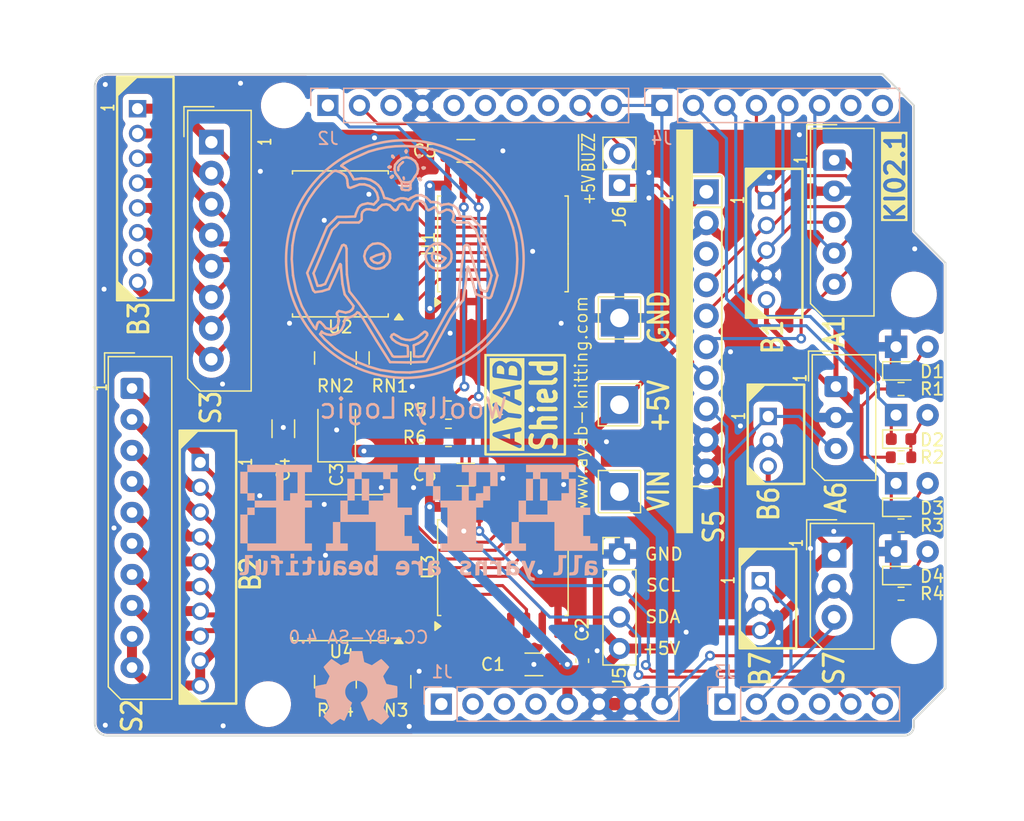
<source format=kicad_pcb>
(kicad_pcb (version 20241229) (generator "pcbnew") (generator_version "9.0")
  (title_block (title "AYAB-Shield") (date "2025-02-09") (rev "1.5THT") (company "AYAB Project") (comment 1 "GND pour fix (#46)") (comment 2 "Silkscreen clarity (#45)"))
  (layers (0 "F.Cu" signal) (2 "B.Cu" signal) (13 "F.Paste" user) (15 "B.Paste" user) (5 "F.SilkS" user "F.Silkscreen") (7 "B.SilkS" user "B.Silkscreen") (1 "F.Mask" user) (3 "B.Mask" user) (25 "Edge.Cuts" user))
  (net 0 "")
  (net 1 "/EOL_R")
  (net 2 "GND")
  (net 3 "+5V")
  (net 4 "/EOL_L")
  (net 5 "Net-(D1-A)")
  (net 6 "Net-(D2-A)")
  (net 7 "Net-(D3-A)")
  (net 8 "VIN")
  (net 9 "/SDA")
  (net 10 "/SCL")
  (net 11 "/ENC_C")
  (net 12 "/ENC_B")
  (net 13 "/ENC_A")
  (net 14 "/910_L")
  (net 15 "/LED_GRN")
  (net 16 "/BUZZ")
  (net 17 "/LED_YEL")
  (net 28 "Net-(B2-Pin_7)")
  (net 29 "Net-(B2-Pin_2)")
  (net 35 "Net-(B2-Pin_5)")
  (net 36 "Net-(B2-Pin_4)")
  (net 37 "Net-(B2-Pin_8)")
  (net 38 "Net-(B2-Pin_1)")
  (net 39 "Net-(B2-Pin_3)")
  (net 40 "Net-(B2-Pin_6)")
  (net 41 "Net-(B3-Pin_8)")
  (net 42 "Net-(B3-Pin_2)")
  (net 43 "Net-(B3-Pin_3)")
  (net 44 "Net-(B3-Pin_7)")
  (net 45 "Net-(B3-Pin_5)")
  (net 46 "Net-(B3-Pin_4)")
  (net 47 "Net-(B3-Pin_1)")
  (net 48 "Net-(B3-Pin_6)")
  (net 50 "Net-(RN1-R1.1)")
  (net 51 "Net-(RN2-R3.1)")
  (net 52 "Net-(RN2-R2.1)")
  (net 53 "Net-(RN1-R3.1)")
  (net 54 "Net-(RN2-R1.1)")
  (net 55 "Net-(RN1-R2.1)")
  (net 56 "Net-(RN1-R4.1)")
  (net 57 "Net-(RN2-R4.1)")
  (net 58 "Net-(RN3-R4.1)")
  (net 59 "Net-(RN3-R2.1)")
  (net 60 "Net-(RN3-R3.1)")
  (net 61 "Net-(RN4-R2.1)")
  (net 62 "Net-(RN4-R3.1)")
  (net 63 "Net-(RN3-R1.1)")
  (net 64 "Net-(RN4-R4.1)")
  (net 65 "Net-(RN4-R1.1)")
  (net 66 "Net-(D4-A)")
  (footprint "Package_SO:SOIC-18W_7.5x11.6mm_P1.27mm" (layer "F.Cu") (at 134.5 90.4 180)
    (property "Reference" "U2")
    (property "Value" "ULN2803A")
  )
  (footprint "ayab-library:R_0603_1608Metric" (layer "F.Cu") (at 179.7 118.6)
    (property "Reference" "R4")
    (property "Value" "2K7")
  )
  (footprint "ayab-library:Molex_0022035105 or Hirose_HNC2-2.5P-10DS" (layer "F.Cu") (at 117.7 102.05 -90)
    (property "Reference" "S2")
    (property "Value" "1X10 2.5mm")
  )
  (footprint "ayab-library:LED_0603_3mm_THpads" (layer "F.Cu") (at 179.3 98.7)
    (property "Reference" "D1")
    (property "Value" "RED_0603")
  )
  (footprint "ayab-library:LED_0603_3mm_THpads" (layer "F.Cu") (at 179.3 104.2)
    (property "Reference" "D2")
    (property "Value" "YEL_0603")
  )
  (footprint "ayab-library:LED_0603_3mm_THpads" (layer "F.Cu") (at 179.3 109.7)
    (property "Reference" "D3")
    (property "Value" "GRN_0603")
  )
  (footprint "TestPoint:TestPoint_THTPad_3.0x3.0mm_Drill1.5mm" (layer "F.Cu") (at 157 110.37)
    (property "Reference" "TP3" (hide yes))
    (property "Value" "VIN")
  )
  (footprint "ayab-library:530140510" (layer "F.Cu") (at 168.85 86.91 90)
    (property "Reference" "B1")
    (property "Value" "1X5 2mm" (hide yes))
  )
  (footprint "ayab-library:PinHeader_1x02_P2.54mm_Vertical" (layer "F.Cu") (at 157 85.675 180)
    (property "Reference" "J6")
    (property "Value" "1x2 2.5mm")
  )
  (footprint "ayab-library:530140810" (layer "F.Cu") (at 118.15 79.5 90)
    (property "Reference" "B3")
    (property "Value" "1X8 2mm" (hide yes))
  )
  (footprint "ayab-library:HNC2-2.5P-10DS" (layer "F.Cu") (at 164 86.2 -90)
    (property "Reference" "S5")
    (property "Value" "HNC2-2.5P-10DS(55)" (hide yes))
  )
  (footprint "ayab-library:R_0603_1608Metric" (layer "F.Cu") (at 179.7 113.1)
    (property "Reference" "R3")
    (property "Value" "220")
  )
  (footprint "ayab-library:530140310" (layer "F.Cu") (at 168.35 117.56 90)
    (property "Reference" "B7")
    (property "Value" "1X3 2mm" (hide yes))
  )
  (footprint "ayab-library:530141010" (layer "F.Cu") (at 123.2 108.02 90)
    (property "Reference" "B2")
    (property "Value" "1X10 2mm" (hide yes))
  )
  (footprint "Capacitor_SMD:C_1206_3216Metric" (layer "F.Cu") (at 144.6 109)
    (property "Reference" "C6")
    (property "Value" "1uF")
  )
  (footprint "Package_SO:SOIC-16W_7.5x10.3mm_P1.27mm" (layer "F.Cu") (at 147.6 116.5 90)
    (property "Reference" "U3")
    (property "Value" "PCF8574T")
  )
  (footprint "ayab-library:MountingHole_3.2mm" (layer "F.Cu") (at 129.94 79.24)
    (property "Reference" "MH1" (hide yes))
    (property "Value" "MountingHole_3.2mm" (hide yes))
  )
  (footprint "TestPoint:TestPoint_THTPad_3.0x3.0mm_Drill1.5mm" (layer "F.Cu") (at 157 103.37)
    (property "Reference" "TP2" (hide yes))
    (property "Value" "+5V")
  )
  (footprint "ayab-library:MountingHole_3.2mm" (layer "F.Cu") (at 180.74 122.42)
    (property "Reference" "MH4" (hide yes))
    (property "Value" "MountingHole_3.2mm" (hide yes))
  )
  (footprint "Resistor_SMD:R_Array_Convex_4x0603" (layer "F.Cu") (at 138.5 99.6 -90)
    (property "Reference" "RN1")
    (property "Value" "1K")
  )
  (footprint "Capacitor_SMD:C_1206_3216Metric" (layer "F.Cu") (at 129.9 105.3 90)
    (property "Reference" "C4")
    (property "Value" "1uF")
  )
  (footprint "ayab-library:LED_0603_3mm_THpads" (layer "F.Cu") (at 179.3 115.2)
    (property "Reference" "D4")
    (property "Value" "BLUE_0603")
  )
  (footprint "ayab-library:PinHeader_1x04_P2.54mm_Vertical" (layer "F.Cu") (at 157 115.4)
    (property "Reference" "J5")
    (property "Value" "1X5 2.5mm")
  )
  (footprint "Resistor_SMD:R_Array_Convex_4x0603" (layer "F.Cu") (at 134.1 99.6 -90)
    (property "Reference" "RN2")
    (property "Value" "1K")
  )
  (footprint "Capacitor_Tantalum_SMD:CP_EIA-3528-15_AVX-H" (layer "F.Cu") (at 134.2 105.5 90)
    (property "Reference" "C3")
    (property "Value" "22uF")
  )
  (footprint "Resistor_SMD:R_Array_Convex_4x0603" (layer "F.Cu") (at 134.1 125.7 -90)
    (property "Reference" "RN4")
    (property "Value" "1K")
  )
  (footprint "Package_SO:SOIC-18W_7.5x11.6mm_P1.27mm" (layer "F.Cu") (at 134.5 116.5 180)
    (property "Reference" "U4")
    (property "Value" "ULN2803A")
  )
  (footprint "ayab-library:MountingHole_3.2mm" (layer "F.Cu") (at 128.67 127.5)
    (property "Reference" "MH2" (hide yes))
    (property "Value" "MountingHole_3.2mm" (hide yes))
  )
  (footprint "Resistor_SMD:R_Array_Convex_4x0603" (layer "F.Cu") (at 138.5 125.7 -90)
    (property "Reference" "RN3")
    (property "Value" "1K")
  )
  (footprint "ayab-library:R_0603_1608Metric" (layer "F.Cu") (at 179.7 102.1)
    (property "Reference" "R1")
    (property "Value" "390")
  )
  (footprint "ayab-library:MountingHole_3.2mm" (layer "F.Cu") (at 180.74 94.48)
    (property "Reference" "MH3" (hide yes))
    (property "Value" "MountingHole_3.2mm" (hide yes))
  )
  (footprint "ayab-library:Molex_0022035085 or Hirose_HNC2_2.5P_8DS" (layer "F.Cu") (at 124.1 82.2 -90)
    (property "Reference" "S3")
    (property "Value" "1X8 2.5mm")
  )
  (footprint "ayab-library:Molex_0022035035 or Hirose_HNC2-2.5P-3DS" (layer "F.Cu") (at 174.3 115.5 -90)
    (property "Reference" "S7")
    (property "Value" "1X3 2.5mm")
  )
  (footprint "Capacitor_SMD:C_1206_3216Metric" (layer "F.Cu") (at 144.612501 82.9)
    (property "Reference" "C5")
    (property "Value" "1uF")
  )
  (footprint "ayab-library:R_0603_1608Metric" (layer "F.Cu") (at 179.7 107.6)
    (property "Reference" "R2")
    (property "Value" "390")
  )
  (footprint "ayab-library:Molex_SPOX_5267-05A_1x05_P2.50mm_Vertical" (layer "F.Cu") (at 174.31 83.65 -90)
    (property "Reference" "A1")
    (property "Value" "1X5 2.5mm")
  )
  (footprint "ayab-library:530140310" (layer "F.Cu") (at 168.99 104.31 90)
    (property "Reference" "B6")
    (property "Value" "1X3 2mm" (hide yes))
  )
  (footprint "Capacitor_SMD:C_1206_3216Metric" (layer "F.Cu") (at 150.1 124.3 180)
    (property "Reference" "C1")
    (property "Value" "1uF")
  )
  (footprint "TestPoint:TestPoint_THTPad_3.0x3.0mm_Drill1.5mm" (layer "F.Cu") (at 157 96.37)
    (property "Reference" "TP1" (hide yes))
    (property "Value" "GND")
  )
  (footprint "Resistor_SMD:R_0805_2012Metric" (layer "F.Cu") (at 143.21375 103.8 180)
    (property "Reference" "R5")
    (property "Value" "4.7K")
  )
  (footprint "Package_SO:SOIC-16W_7.5x10.3mm_P1.27mm" (layer "F.Cu") (at 147.6 90.4 90)
    (property "Reference" "U1")
    (property "Value" "PCF8574T")
  )
  (footprint "Resistor_SMD:R_0805_2012Metric" (layer "F.Cu") (at 143.21375 106 180)
    (property "Reference" "R6")
    (property "Value" "4.7K")
  )
  (footprint "Capacitor_SMD:C_0603_1608Metric" (layer "F.Cu") (at 154 124 90)
    (property "Reference" "C2")
    (property "Value" "100nF")
  )
  (footprint "ayab-library:Molex_SPOX_5267-03A_1x03_P2.50mm_Vertical" (layer "F.Cu") (at 174.45 101.9 -90)
    (property "Reference" "A6")
    (property "Value" "1X3 2.5mm")
  )
  (footprint "Connector_PinHeader_2.54mm:PinHeader_1x06_P2.54mm_Vertical" (layer "B.Cu") (at 165.5 127.5 -90)
    (property "Reference" "J3")
    (property "Value" "Analog")
  )
  (footprint "Connector_PinHeader_2.54mm:PinHeader_1x08_P2.54mm_Vertical" (layer "B.Cu") (at 142.64 127.5 -90)
    (property "Reference" "J1")
    (property "Value" "Power")
  )
  (footprint "ayab-library:woolly-logic-logo-800mil-with-soldermask" (layer "B.Cu") (at 139.7 91.6 180)
    (property "Reference" "REF**" (hide yes))
    (property "Value" "VAL**")
  )
  (footprint "Symbol:OSHW-Symbol_6.7x6mm_SilkScreen" (layer "B.Cu") (at 135.8 126.2 180)
    (property "Reference" "REF**" (hide yes))
    (property "Value" "OSHW-Symbol_6.7x6mm_SilkScreen" (hide yes))
  )
  (footprint "LOGO" (layer "B.Cu") (at 140.8 112.8 180)
    (property "Reference" "G***" (hide yes))
    (property "Value" "LOGO" (hide yes))
  )
  (footprint "Connector_PinHeader_2.54mm:PinHeader_1x10_P2.54mm_Vertical" (layer "B.Cu") (at 133.496 79.24 -90)
    (property "Reference" "J2")
    (property "Value" "Digital/PWM")
  )
  (footprint "Connector_PinHeader_2.54mm:PinHeader_1x08_P2.54mm_Vertical" (layer "B.Cu") (at 160.42 79.24 -90)
    (property "Reference" "J4")
    (property "Value" "Digital/PWM")
  )
  (gr_rect (start 146.2 99.37) (end 152.6 107.37) (stroke (width 0.2)) (fill no) (layer "F.SilkS"))
  (gr_line (start 153.7 84.45) (end 153.7 81.6) (stroke (width 0.12)) (layer "F.SilkS"))
  (gr_line (start 180.74 89.4) (end 183.28 91.94) (stroke (width 0.15)) (layer "Edge.Cuts"))
  (gr_line (start 179.978 130.04) (end 115.7 130.04) (stroke (width 0.15)) (layer "Edge.Cuts"))
  (gr_line (start 180.74 128.77) (end 180.74 129.278) (stroke (width 0.15)) (layer "Edge.Cuts"))
  (gr_line (start 183.28 91.94) (end 183.28 126.23) (stroke (width 0.15)) (layer "Edge.Cuts"))
  (gr_line (start 183.28 126.23) (end 180.74 128.77) (stroke (width 0.15)) (layer "Edge.Cuts"))
  (gr_line (start 178.2 76.7) (end 180.74 79.24) (stroke (width 0.15)) (layer "Edge.Cuts"))
  (gr_line (start 180.74 79.24) (end 180.74 89.4) (stroke (width 0.15)) (layer "Edge.Cuts"))
  (gr_line (start 114.7 129.04) (end 114.7 77.7) (stroke (width 0.15)) (layer "Edge.Cuts"))
  (gr_arc (start 115.7 130.04) (mid 114.992893 129.747107) (end 114.7 129.04) (stroke (width 0.15)) (layer "Edge.Cuts"))
  (gr_arc (start 180.74 129.278) (mid 180.516815 129.816815) (end 179.978 130.04) (stroke (width 0.15)) (layer "Edge.Cuts"))
  (gr_arc (start 114.7 77.7) (mid 114.992893 76.992893) (end 115.7 76.7) (stroke (width 0.15)) (layer "Edge.Cuts"))
  (gr_line (start 115.7 76.7) (end 178.2 76.7) (stroke (width 0.15)) (layer "Edge.Cuts"))
  (gr_text "1" (at 115.75 102.35 90) (layer "F.SilkS") (effects (font (size 1 0.6)) (justify left bottom)))
  (gr_text "Shield" (at 152.1 107.3 90) (layer "F.SilkS") (effects (font (size 2 1.6) (thickness 0.36) (bold yes)) (justify left bottom)))
  (gr_text "GND" (at 161.1 98.6 90) (layer "F.SilkS") (effects (font (size 1.6 1.4) (thickness 0.24)) (justify left bottom)))
  (gr_text "1" (at 167.2 104.66 90) (layer "F.SilkS") (effects (font (size 1 0.6)) (justify left bottom)))
  (gr_text "VIN" (at 161.1 112.1 90) (layer "F.SilkS") (effects (font (size 1.6 1.4) (thickness 0.24)) (justify left bottom)))
  (gr_text "KI02.1" (at 180.1 88.8 90) (layer "F.SilkS" knockout) (effects (font (size 1.5 1.5) (thickness 0.3) (bold yes)) (justify left bottom)))
  (gr_text "1" (at 171.85 114.9 90) (layer "F.SilkS") (effects (font (size 1 0.6)) (justify left bottom)))
  (gr_text "1" (at 166.35 117.9 90) (layer "F.SilkS") (effects (font (size 1 0.6)) (justify left bottom)))
  (gr_text "SCL" (at 162 118.5 0) (layer "F.SilkS") (effects (font (size 1 1)) (justify right bottom)))
  (gr_text "GND" (at 162.2 116 0) (layer "F.SilkS") (effects (font (size 1 1)) (justify right bottom)))
  (gr_text "1" (at 165.95 87.25 90) (layer "F.SilkS") (effects (font (size 1 0.6)) (justify left top)))
  (gr_text "+5V" (at 162 123.6 0) (layer "F.SilkS") (effects (font (size 1 1)) (justify right bottom)))
  (gr_text "1" (at 127.45 108.35 90) (layer "F.SilkS") (effects (font (size 1 0.6)) (justify left bottom)))
  (gr_text "AYAB" (at 149.2 107.1 90) (layer "F.SilkS" knockout) (effects (font (size 2 2) (thickness 0.36) (bold yes) (italic yes)) (justify left bottom)))
  (gr_text "+5V" (at 161.1 105.8 90) (layer "F.SilkS") (effects (font (size 1.6 1.4) (thickness 0.24)) (justify left bottom)))
  (gr_text "1" (at 172.15 101.6 90) (layer "F.SilkS") (effects (font (size 1 0.6)) (justify left bottom)))
  (gr_text "1" (at 116.35 79.8 90) (layer "F.SilkS") (effects (font (size 1 0.6)) (justify left bottom)))
  (gr_text "1" (at 171.05 84 90) (layer "F.SilkS") (effects (font (size 1 0.6)) (justify left top)))
  (gr_text "1" (at 161.4 87.1 90) (layer "F.SilkS") (effects (font (size 1 0.6)) (justify left bottom)))
  (gr_text "SDA" (at 162 121.05 0) (layer "F.SilkS") (effects (font (size 1 1)) (justify right bottom)))
  (gr_text "+5V" (at 155.1 87.35 90) (layer "F.SilkS") (effects (font (size 1 0.8) (thickness 0.125)) (justify left bottom)))
  (gr_text "www.ayab-knitting.com" (at 154.5 112.2 90) (layer "F.SilkS") (effects (font (size 1 1) (thickness 0.125)) (justify left bottom)))
  (gr_text "BUZZ" (at 155.1 84.7 90) (layer "F.SilkS") (effects (font (size 1 0.8) (thickness 0.125)) (justify left bottom)))
  (gr_text "1" (at 129 82.55 90) (layer "F.SilkS") (effects (font (size 1 0.6)) (justify left bottom)))
  (gr_text "CC-BY-SA 4.0" (at 141.7 122.7 0) (layer "B.SilkS") (effects (font (size 1 1)) (justify left bottom mirror)))
  (gr_text "Woolly Logic" (at 148.1 104.6 0) (layer "B.SilkS") (effects (font (size 1.6 1.6) (thickness 0.21)) (justify left bottom mirror)))
  (segment (start 164.225 103.7) (end 164 103.7) (width 0.25) (layer "B.Cu") (net 1))
  (segment (start 168.99 104.31) (end 171.485 104.31) (width 0.25) (layer "B.Cu") (net 1))
  (segment (start 165.65 107.65) (end 168.99 104.31) (width 0.25) (layer "B.Cu") (net 1))
  (segment (start 165.65 105.125) (end 164.225 103.7) (width 0.25) (layer "B.Cu") (net 1))
  (segment (start 171.485 104.31) (end 174.075 106.9) (width 0.25) (layer "B.Cu") (net 1))
  (segment (start 165.5 127.5) (end 165.65 127.35) (width 0.25) (layer "B.Cu") (net 1))
  (segment (start 174.075 106.9) (end 174.45 106.9) (width 0.25) (layer "B.Cu") (net 1))
  (segment (start 165.65 105.125) (end 165.65 107.65) (width 0.25) (layer "B.Cu") (net 1))
  (segment (start 165.65 127.35) (end 165.65 107.65) (width 0.25) (layer "B.Cu") (net 1))
  (segment (start 157.88 127.5) (end 155.34 127.5) (width 1) (layer "F.Cu") (net 2))
  (via (at 180.8 90.8) (size 0.8) (drill 0.4) (layers "F.Cu" "B.Cu") (net 2))
  (via (at 152.5 109.8) (size 0.8) (drill 0.4) (layers "F.Cu" "B.Cu") (net 2))
  (via (at 125.05 129.25) (size 0.8) (drill 0.4) (layers "F.Cu" "B.Cu") (net 2))
  (via (at 115.45 94.05) (size 0.8) (drill 0.4) (layers "F.Cu" "B.Cu") (net 2))
  (via (at 150.6 116.85) (size 0.8) (drill 0.4) (layers "F.Cu" "B.Cu") (net 2))
  (via (at 159.375 84.65) (size 0.8) (drill 0.4) (layers "F.Cu" "B.Cu") (net 2))
  (via (at 169.1 85) (size 0.8) (drill 0.4) (layers "F.Cu" "B.Cu") (net 2))
  (via (at 115.55 129.2) (size 0.8) (drill 0.4) (layers "F.Cu" "B.Cu") (net 2))
  (via (at 116.25 113.3) (size 0.8) (drill 0.4) (layers "F.Cu" "B.Cu") (net 2))
  (via (at 153.95 121.5) (size 0.8) (drill 0.4) (layers "F.Cu" "B.Cu") (net 2))
  (via (at 155.2 123.2) (size 0.8) (drill 0.4) (layers "F.Cu" "B.Cu") (net 2))
  (via (at 115.55 77.55) (size 0.8) (drill 0.4) (layers "F.Cu" "B.Cu") (net 2))
  (via (at 126.45 77.45) (size 0.8) (drill 0.4) (layers "F.Cu" "B.Cu") (net 2))
  (via (at 136.8 86.4) (size 0.8) (drill 0.4) (layers "F.Cu" "B.Cu") (net 2))
  (via (at 128 110.7) (size 0.8) (drill 0.4) (layers "F.Cu" "B.Cu") (net 2))
  (via (at 140.85 124.85) (size 0.8) (drill 0.4) (layers "F.Cu" "B.Cu") (net 2))
  (via (at 129.9 105.2) (size 0.8) (drill 0.4) (layers "F.Cu" "B.Cu") (net 2))
  (via (at 128.05 84.55) (size 0.8) (drill 0.4) (layers "F.Cu" "B.Cu") (net 2))
  (via (at 140.3 101.9) (size 0.8) (drill 0.4) (layers "F.Cu" "B.Cu") (net 2))
  (via (at 133.2 88.5) (size 0.8) (drill 0.4) (layers "F.Cu" "B.Cu") (net 2))
  (via (at 137.8 110.05) (size 0.8) (drill 0.4) (layers "F.Cu" "B.Cu") (net 2))
  (via (at 171.5 81.6) (size 0.8) (drill 0.4) (layers "F.Cu" "B.Cu") (net 2))
  (via (at 125 101.7) (size 0.8) (drill 0.4) (layers "F.Cu" "B.Cu") (net 2))
  (via (at 133.3 115.5) (size 0.8) (drill 0.4) (layers "F.Cu" "B.Cu") (net 2))
  (via (at 165.95 99.1) (size 0.8) (drill 0.4) (layers "F.Cu" "B.Cu") (net 2))
  (via (at 152.3 96.8) (size 0.8) (drill 0.4) (layers "F.Cu" "B.Cu") (net 2))
  (via (at 143.35 97.6) (size 0.8) (drill 0.4) (layers "F.Cu" "B.Cu") (net 2))
  (via (at 149.85 103.75) (size 0.8) (drill 0.4) (layers "F.Cu" "B.Cu") (net 2))
  (via (at 150 91) (size 0.8) (drill 0.4) (layers "F.Cu" "B.Cu") (net 2))
  (via (at 172.4 114.95) (size 0.8) (drill 0.4) (layers "F.Cu" "B.Cu") (net 2))
  (via (at 159.375 86.7) (size 0.8) (drill 0.4) (layers "F.Cu" "B.Cu") (net 2))
  (via (at 155.95 106.35) (size 0.8) (drill 0.4) (layers "F.Cu" "B.Cu") (net 2))
  (via (at 150.1 124.3) (size 0.8) (drill 0.4) (layers "F.Cu" "B.Cu") (net 2))
  (via (at 133.2 111.4) (size 0.8) (drill 0.4) (layers "F.Cu" "B.Cu") (net 2))
  (via (at 147.6 109.3) (size 0.8) (drill 0.4) (layers "F.Cu" "B.Cu") (net 2))
  (via (at 137.25 81.85) (size 0.8) (drill 0.4) (layers "F.Cu" "B.Cu") (net 2))
  (via (at 174.275 113.575) (size 0.8) (drill 0.4) (layers "F.Cu" "B.Cu") (net 2))
  (via (at 130.4 96.8) (size 0.8) (drill 0.4) (layers "F.Cu" "B.Cu") (net 2))
  (via (at 140.4 110.05) (size 0.8) (drill 0.4) (layers "F.Cu" "B.Cu") (net 2))
  (via (at 166.75 105.075) (size 0.8) (drill 0.4) (layers "F.Cu" "B.Cu") (net 2))
  (via (at 134.2 105.4) (size 0.8) (drill 0.4) (layers "F.Cu" "B.Cu") (net 2))
  (via (at 147.6 82.9) (size 0.8) (drill 0.4) (layers "F.Cu" "B.Cu") (net 2))
  (via (at 140.05 129.3) (size 0.8) (drill 0.4) (layers "F.Cu" "B.Cu") (net 2))
  (via (at 162.375 121.7) (size 0.8) (drill 0.4) (layers "F.Cu" "B.Cu") (net 2))
  (via (at 169.8 122.525) (size 0.8) (drill 0.4) (layers "F.Cu" "B.Cu") (net 2))
  (segment (start 141.1 79.256) (end 141.116 79.24) (width 1) (layer "B.Cu") (net 2))
  (segment (start 154 124.775) (end 155.525 124.775) (width 0.8) (layer "F.Cu") (net 3))
  (segment (start 143.185001 111.6) (end 143.185001 109.060001) (width 0.4) (layer "F.Cu") (net 3))
  (segment (start 157 123.3) (end 157 123.02) (width 0.8) (layer "F.Cu") (net 3))
  (segment (start 149.975 125.9) (end 151.575 124.3) (width 0.25) (layer "F.Cu") (net 3))
  (segment (start 176.275 113.525) (end 176.275 107.6) (width 0.8) (layer "F.Cu") (net 3))
  (segment (start 162.275 87.925) (end 162.275 98.095) (width 0.4) (layer "F.Cu") (net 3))
  (segment (start 143.105 85.7) (end 143.155 85.75) (width 0.4) (layer "F.Cu") (net 3))
  (segment (start 137.3 126.6) (end 138.1 126.6) (width 0.25) (layer "F.Cu") (net 3))
  (segment (start 143.137501 82.77) (end 143.137501 85.732501) (width 0.4) (layer "F.Cu") (net 3))
  (segment (start 162.905 123.02) (end 164.365 121.56) (width 0.8) (layer "F.Cu") (net 3))
  (segment (start 174.3 115.5) (end 174.3 115.225) (width 0.4) (layer "F.Cu") (net 3))
  (segment (start 155.25 121.25) (end 155.25 112.95) (width 0.8) (layer "F.Cu") (net 3))
  (segment (start 138.9 126.6) (end 139.7 126.6) (width 0.25) (layer "F.Cu") (net 3))
  (segment (start 176.7 113.1) (end 176.275 113.525) (width 0.25) (layer "F.Cu") (net 3))
  (segment (start 142.681091 94.918909) (end 143.023909 94.918909) (width 0.8) (layer "F.Cu") (net 3))
  (segment (start 172 117.25) (end 173.75 115.5) (width 0.8) (layer "F.Cu") (net 3))
  (segment (start 160.025 85.675) (end 162.275 87.925) (width 0.25) (layer "F.Cu") (net 3))
  (segment (start 168.35 121.45) (end 169.025 121.45) (width 0.8) (layer "F.Cu") (net 3))
  (segment (start 154 124.775) (end 153.025 124.775) (width 0.8) (layer "F.Cu") (net 3))
  (segment (start 157 123.02) (end 157 123) (width 0.8) (layer "F.Cu") (net 3))
  (segment (start 168.85 96.8) (end 168.85 94.91) (width 0.4) (layer "F.Cu") (net 3))
  (segment (start 164 86.2) (end 162.275 87.925) (width 0.4) (layer "F.Cu") (net 3))
  (segment (start 154.6 112.3) (end 154.6 105.77) (width 0.8) (layer "F.Cu") (net 3))
  (segment (start 151.975 124.7) (end 151.575 124.3) (width 0.8) (layer "F.Cu") (net 3))
  (segment (start 168.35 121.56) (end 168.35 121.45) (width 0.4) (layer "F.Cu") (net 3))
  (segment (start 168.99 109.915) (end 168.99 108.31) (width 0.4) (layer "F.Cu") (net 3))
  (segment (start 157 85.675) (end 157.075 85.675) (width 0.25) (layer "F.Cu") (net 3))
  (segment (start 174.45 95.825) (end 174.45 101.9) (width 0.4) (layer "F.Cu") (net 3))
  (segment (start 155.525 124.775) (end 157 123.3) (width 0.8) (layer "F.Cu") (net 3))
  (segment (start 178.875 107.6) (end 176.275 107.6) (width 0.25) (layer "F.Cu") (net 3))
  (segment (start 174.45 101.9) (end 173.95 101.9) (width 0.4) (layer "F.Cu") (net 3))
  (segment (start 138.1 100.4475) (end 137.3 100.4475) (width 0.25) (layer "F.Cu") (net 3))
  (segment (start 135.3 126.6) (end 137.3 126.6) (width 0.25) (layer "F.Cu") (net 3))
  (segment (start 139.7 100.4475) (end 140.666409 100.4475) (width 0.25) (layer "F.Cu") (net 3))
  (segment (start 137.3 100.4475) (end 135.3 100.4475) (width 0.25) (layer "F.Cu") (net 3))
  (segment (start 177.45 85.865) (end 177.45 92.825) (width 0.4) (layer "F.Cu") (net 3))
  (segment (start 174.3 115.225) (end 168.99 109.915) (width 0.4) (layer "F.Cu") (net 3))
  (segment (start 174.19 115.61) (end 174.3 115.61) (width 0.4) (layer "F.Cu") (net 3))
  (segment (start 164.365 121.56) (end 168.35 121.56) (width 0.8) (layer "F.Cu") (net 3))
  (segment (start 141.718909 95.6) (end 142 95.6) (width 0.8) (layer "F.Cu") (net 3))
  (segment (start 142 95.6) (end 142.681091 94.918909) (width 0.8) (layer "F.Cu") (net 3))
  (segment (start 141.7 85.7) (end 143.105 85.7) (width 0.8) (layer "F.Cu") (net 3))
  (segment (start 157 123) (end 155.25 121.25) (width 0.8) (layer "F.Cu") (net 3))
  (segment (start 134.5 100.4475) (end 133.7 100.4475) (width 0.25) (layer "F.Cu") (net 3))
  (segment (start 177.9 102.1) (end 176.275 103.725) (width 0.25) (layer "F.Cu") (net 3))
  (segment (start 139.7 126.6) (end 140.4 125.9) (width 0.25) (layer "F.Cu") (net 3))
  (segment (start 152.8 125) (end 152.5 124.7) (width 0.8) (layer "F.Cu") (net 3))
  (segment (start 173.75 115.5) (end 174.3 115.5) (width 0.8) (layer "F.Cu") (net 3))
  (segment (start 174.45 101.9) (end 176.275 103.725) (width 0.8) (layer "F.Cu") (net 3))
  (segment (start 140.4 125.9) (end 149.975 125.9) (width 0.25) (layer "F.Cu") (net 3))
  (segment (start 157 85.675) (end 160.025 85.675) (width 0.25) (layer "F.Cu") (net 3))
  (segment (start 176.275 113.525) (end 174.3 115.5) (width 0.8) (layer "F.Cu") (net 3))
  (segment (start 138.9 100.4475) (end 138.1 100.4475) (width 0.25) (layer "F.Cu") (net 3))
  (segment (start 155.25 112.95) (end 154.6 112.3) (width 0.8) (layer "F.Cu") (net 3))
  (segment (start 141.718909 101.5) (end 141.718909 111.581091) (width 0.8) (layer "F.Cu") (net 3))
  (segment (start 133.7 126.6) (end 134.5 126.6) (width 0.25) (layer "F.Cu") (net 3))
  (segment (start 154.6 105.77) (end 157 103.37) (width 0.8) (layer "F.Cu") (net 3))
  (segment (start 174.3 115.61) (end 174.3 115.5) (width 0.8) (layer "F.Cu") (net 3))
  (segment (start 162.275 98.095) (end 157 103.37) (width 0.4) (layer "F.Cu") (net 3))
  (segment (start 133.7 100.4475) (end 132.9 100.4475) (width 0.25) (layer "F.Cu") (net 3))
  (segment (start 143.185001 109.060001) (end 143.125 109) (width 0.4) (layer "F.Cu") (net 3))
  (segment (start 141.718909 111.581091) (end 141.7 111.6) (width 0.8) (layer "F.Cu") (net 3))
  (segment (start 174.31 83.65) (end 175.235 83.65) (width 0.4) (layer "F.Cu") (net 3))
  (segment (start 152.8 127.5) (end 152.8 125) (width 0.8) (layer "F.Cu") (net 3))
  (segment (start 152.5 124.7) (end 151.975 124.7) (width 0.8) (layer "F.Cu") (net 3))
  (segment (start 132.9 126.6) (end 133.7 126.6) (width 0.25) (layer "F.Cu") (net 3))
  (segment (start 141.718909 95.6) (end 141.718909 101.5) (width 0.8) (layer "F.Cu") (net 3))
  (segment (start 157 123.02) (end 162.905 123.02) (width 0.8) (layer "F.Cu") (net 3))
  (segment (start 143.1 111.514999) (end 143.185001 111.6) (width 0.4) (layer "F.Cu") (net 3))
  (segment (start 169.025 121.45) (end 172 118.475) (width 0.8) (layer "F.Cu") (net 3))
  (segment (start 174.3 115.5) (end 174.19 115.61) (width 0.8) (layer "F.Cu") (net 3))
  (segment (start 178.875 102.1) (end 177.9 102.1) (width 0.25) (layer "F.Cu") (net 3))
  (segment (start 178.875 113.1) (end 176.7 113.1) (width 0.25) (layer "F.Cu") (net 3))
  (segment (start 134.5 126.6) (end 135.3 126.6) (width 0.25) (layer "F.Cu") (net 3))
  (segment (start 176.275 107.6) (end 176.275 103.725) (width 0.8) (layer "F.Cu") (net 3))
  (segment (start 174.35 115.5) (end 174.3 115.5) (width 0.25) (layer "F.Cu") (net 3))
  (segment (start 157.03 103.37) (end 157 103.37) (width 0.25) (layer "F.Cu") (net 3))
  (segment (start 173.95 101.9) (end 168.85 96.8) (width 0.4) (layer "F.Cu") (net 3))
  (segment (start 138.1 126.6) (end 138.9 126.6) (width 0.25) (layer "F.Cu") (net 3))
  (segment (start 140.666409 100.4475) (end 141.718909 101.5) (width 0.25) (layer "F.Cu") (net 3))
  (segment (start 139.7 100.4475) (end 138.9 100.4475) (width 0.25) (layer "F.Cu") (net 3))
  (segment (start 172 118.475) (end 172 117.25) (width 0.8) (layer "F.Cu") (net 3))
  (segment (start 153.025 124.775) (end 152.8 125) (width 0.8) (layer "F.Cu") (net 3))
  (segment (start 143.137501 85.732501) (end 143.155 85.75) (width 0.4) (layer "F.Cu") (net 3))
  (segment (start 141.7 111.6) (end 143.185001 111.6) (width 0.8) (layer "F.Cu") (net 3))
  (segment (start 177.45 92.825) (end 174.45 95.825) (width 0.4) (layer "F.Cu") (net 3))
  (segment (start 135.3 100.4475) (end 134.5 100.4475) (width 0.25) (layer "F.Cu") (net 3))
  (segment (start 175.235 83.65) (end 177.45 85.865) (width 0.4) (layer "F.Cu") (net 3))
  (via (at 152.8 124.3) (size 0.8) (drill 0.4) (layers "F.Cu" "B.Cu") (net 3))
  (via (at 141.7 111.6) (size 0.8) (drill 0.4) (layers "F.Cu" "B.Cu") (net 3))
  (via (at 141.718909 95.6) (size 0.8) (drill 0.4) (layers "F.Cu" "B.Cu") (net 3))
  (via (at 141.7 85.7) (size 0.8) (drill 0.4) (layers "F.Cu" "B.Cu") (net 3))
  (segment (start 141.7 111.6) (end 141.7 113.15) (width 0.8) (layer "B.Cu") (net 3))
  (segment (start 141.718909 85.718909) (end 141.7 85.7) (width 0.8) (layer "B.Cu") (net 3))
  (segment (start 174.45 101.9) (end 174.425 101.9) (width 0.4) (layer "B.Cu") (net 3))
  (segment (start 141.718909 95.6) (end 141.718909 85.718909) (width 0.8) (layer "B.Cu") (net 3))
  (segment (start 141.7 113.15) (end 152.8 124.25) (width 0.8) (layer "B.Cu") (net 3))
  (segment (start 152.8 124.25) (end 152.8 124.3) (width 0.8) (layer "B.Cu") (net 3))
  (segment (start 170.825 124.715) (end 169.775 125.765) (width 0.25) (layer "B.Cu") (net 4))
  (segment (start 174.3 121.24) (end 174.3 120.5) (width 0.25) (layer "B.Cu") (net 4))
  (segment (start 170.825 120.035) (end 170.825 124.715) (width 0.25) (layer "B.Cu") (net 4))
  (segment (start 168.35 117.56) (end 170.825 120.035) (width 0.25) (layer "B.Cu") (net 4))
  (segment (start 169.775 125.765) (end 174.3 121.24) (width 0.25) (layer "B.Cu") (net 4))
  (segment (start 169.775 125.765) (end 168.04 127.5) (width 0.25) (layer "B.Cu") (net 4))
  (segment (start 180.4875 102.0625) (end 180.525 102.1) (width 0.25) (layer "F.Cu") (net 5))
  (segment (start 180.4875 100.635) (end 180.4875 102.0625) (width 0.25) (layer "F.Cu") (net 5))
  (segment (start 180.4875 106.135) (end 180.4875 107.5625) (width 0.25) (layer "F.Cu") (net 6))
  (segment (start 180.4875 107.5625) (end 180.525 107.6) (width 0.25) (layer "F.Cu") (net 6))
  (segment (start 180.4875 113.0625) (end 180.525 113.1) (width 0.25) (layer "F.Cu") (net 7))
  (segment (start 180.4875 111.635) (end 180.4875 113.0625) (width 0.25) (layer "F.Cu") (net 7))
  (segment (start 117.7 124.65) (end 117.7 124.55) (width 0.8) (layer "F.Cu") (net 8))
  (segment (start 131.8 107) (end 131.8 111.23) (width 0.8) (layer "F.Cu") (net 8))
  (segment (start 123.2 126) (end 123.2 124) (width 0.8) (layer "F.Cu") (net 8))
  (segment (start 131.94 107.14) (end 131.8 107) (width 0.8) (layer "F.Cu") (net 8))
  (segment (start 124.5 123) (end 123.5 124) (width 0.8) (layer "F.Cu") (net 8))
  (segment (start 131.8 111.23) (end 131.87 111.3) (width 0.8) (layer "F.Cu") (net 8))
  (segment (start 131.87 122.53) (end 131.4 123) (width 0.8) (layer "F.Cu") (net 8))
  (segment (start 129.85 85.32) (end 131.02 85.32) (width 0.8) (layer "F.Cu") (net 8))
  (segment (start 131.4 123) (end 124.5 123) (width 0.8) (layer "F.Cu") (net 8))
  (segment (start 164.3 123.6) (end 174.4 123.6) (width 0.25) (layer "F.Cu") (net 8))
  (segment (start 134.26 107.1) (end 134.2 107.04) (width 1) (layer "F.Cu") (net 8))
  (segment (start 174.4 123.6) (end 178.875 119.125) (width 0.25) (layer "F.Cu") (net 8))
  (segment (start 131.675 106.875) (end 131.8 107) (width 0.8) (layer "F.Cu") (net 8))
  (segment (start 129.9 106.875) (end 131.675 106.875) (width 0.8) (layer "F.Cu") (net 8))
  (segment (start 131.87 111.3) (end 131.87 122.53) (width 0.8) (layer "F.Cu") (net 8))
  (segment (start 117.7 122.05) (end 117.7 124.55) (width 0.8) (layer "F.Cu") (net 8))
  (segment (start 178.875 119.125) (end 178.875 118.6) (width 0.25) (layer "F.Cu") (net 8))
  (segment (start 123.5 124) (end 123.2 124) (width 0.8) (layer "F.Cu") (net 8))
  (segment (start 129.85 111.42) (end 131.75 111.42) (width 0.4) (layer "F.Cu") (net 8))
  (segment (start 131.02 85.32) (end 131.8 86.1) (width 0.8) (layer "F.Cu") (net 8))
  (segment (start 134.2 107.14) (end 131.94 107.14) (width 1) (layer "F.Cu") (net 8))
  (segment (start 123.2 126) (end 119.05 126) (width 0.8) (layer "F.Cu") (net 8))
  (segment (start 119.05 126) (end 117.7 124.65) (width 0.8) (layer "F.Cu") (net 8))
  (segment (start 131.75 111.42) (end 131.87 111.3) (width 0.4) (layer "F.Cu") (net 8))
  (segment (start 131.8 86.1) (end 131.8 107) (width 0.8) (layer "F.Cu") (net 8))
  (segment (start 136.4 107.1) (end 134.26 107.1) (width 1) (layer "F.Cu") (net 8))
  (via (at 164.3 123.6) (size 0.8) (drill 0.4) (layers "F.Cu" "B.Cu") (net 8))
  (via (at 136.4 107.1) (size 0.8) (drill 0.4) (layers "F.Cu" "B.Cu") (net 8))
  (segment (start 164.3 123.6) (end 164.3 123.62) (width 0.25) (layer "B.Cu") (net 8))
  (segment (start 164.3 123.62) (end 160.42 127.5) (width 0.25) (layer "B.Cu") (net 8))
  (segment (start 160.42 113.79) (end 157 110.37) (width 1) (layer "B.Cu") (net 8))
  (segment (start 153.73 107.1) (end 136.4 107.1) (width 1) (layer "B.Cu") (net 8))
  (segment (start 157 110.37) (end 153.73 107.1) (width 1) (layer "B.Cu") (net 8))
  (segment (start 160.42 127.5) (end 160.42 113.79) (width 1) (layer "B.Cu") (net 8))
  (segment (start 158.525 125.15) (end 158.7 125.325) (width 0.25) (layer "F.Cu") (net 9))
  (segment (start 136.036 79.24) (end 137.496 80.7) (width 0.25) (layer "F.Cu") (net 9))
  (segment (start 143.1 80.7) (end 144.2 81.8) (width 0.25) (layer "F.Cu") (net 9))
  (segment (start 144.3 106.26125) (end 143.21375 105.175) (width 0.25) (layer "F.Cu") (net 9))
  (segment (start 144.31375 101.9) (end 143.21375 103) (width 0.25) (layer "F.Cu") (net 9))
  (segment (start 158.7 125.325) (end 173.485 125.325) (width 0.25) (layer "F.Cu") (net 9))
  (segment (start 144.3 111.444999) (end 144.3 106.26125) (width 0.25) (layer "F.Cu") (net 9))
  (segment (start 144.4525 87.4525) (end 144.4525 85.7775) (width 0.25) (layer "F.Cu") (net 9))
  (segment (start 144.4525 85.7775) (end 144.425 85.75) (width 0.25) (layer "F.Cu") (net 9))
  (segment (start 144.03875 106.025) (end 144.03875 106) (width 0.25) (layer "F.Cu") (net 9))
  (segment (start 137.496 80.7) (end 143.1 80.7) (width 0.25) (layer "F.Cu") (net 9))
  (segment (start 143.21375 105.175) (end 143.21375 103) (width 0.25) (layer "F.Cu") (net 9))
  (segment (start 157 120.9) (end 157 120.48) (width 0.25) (layer "F.Cu") (net 9))
  (segment (start 144.5 101.9) (end 144.31375 101.9) (width 0.25) (layer "F.Cu") (net 9))
  (segment (start 175.66 127.5) (end 175.66 127.489506) (width 0.25) (layer "F.Cu") (net 9))
  (segment (start 144.45 111.875) (end 144.425 111.85) (width 0.25) (layer "F.Cu") (net 9))
  (segment (start 144.2 81.8) (end 144.2 85.525) (width 0.25) (layer "F.Cu") (net 9))
  (segment (start 144.45 113.55) (end 144.45 111.875) (width 0.25) (layer "F.Cu") (net 9))
  (segment (start 173.485 125.325) (end 175.66 127.5) (width 0.25) (layer "F.Cu") (net 9))
  (segment (start 144.455001 111.6) (end 144.3 111.444999) (width 0.25) (layer "F.Cu") (net 9))
  (segment (start 144.2 85.525) (end 144.425 85.75) (width 0.25) (layer "F.Cu") (net 9))
  (via (at 144.45 113.55) (size 0.8) (drill 0.4) (layers "F.Cu" "B.Cu") (net 9))
  (via (at 158.525 125.15) (size 0.8) (drill 0.4) (layers "F.Cu" "B.Cu") (net 9))
  (via (at 144.5 101.9) (size 0.8) (drill 0.4) (layers "F.Cu" "B.Cu") (net 9))
  (via (at 144.4525 87.4525) (size 0.8) (drill 0.4) (layers "F.Cu" "B.Cu") (net 9))
  (segment (start 144.45 87.455) (end 144.4525 87.4525) (width 0.25) (layer "B.Cu") (net 9))
  (segment (start 144.5 101.9) (end 144.45 101.85) (width 0.25) (layer "B.Cu") (net 9))
  (segment (start 158.625 123.55) (end 158.625 122.105) (width 0.25) (layer "B.Cu") (net 9))
  (segment (start 158.625 122.105) (end 157 120.48) (width 0.25) (layer "B.Cu") (net 9))
  (segment (start 144.45 101.85) (end 144.45 87.455) (width 0.25) (layer "B.Cu") (net 9))
  (segment (start 151.38 120.48) (end 144.45 113.55) (width 0.25) (layer "B.Cu") (net 9))
  (segment (start 157 120.48) (end 151.38 120.48) (width 0.25) (layer "B.Cu") (net 9))
  (segment (start 158.4466 125.0716) (end 158.4466 123.7284) (width 0.25) (layer "B.Cu") (net 9))
  (segment (start 158.4466 123.7284) (end 158.625 123.55) (width 0.25) (layer "B.Cu") (net 9))
  (segment (start 158.525 125.15) (end 158.4466 125.0716) (width 0.25) (layer "B.Cu") (net 9))
  (segment (start 144.4485 87.4525) (end 144.4525 87.4525) (width 0.25) (layer "B.Cu") (net 9))
  (segment (start 145.2 107) (end 144.9 107.3) (width 0.25) (layer "F.Cu") (net 10))
  (segment (start 145.7 113.55) (end 145.7 111.855) (width 0.25) (layer "F.Cu") (net 10))
  (segment (start 145.725001 110.825001) (end 145.725001 111.6) (width 0.25) (layer "F.Cu") (net 10))
  (segment (start 145.730001 111.605) (end 145.725001 111.6) (width 0.25) (layer "F.Cu") (net 10))
  (segment (start 145.1 102.7) (end 144.03875 103.76125) (width 0.25) (layer "F.Cu") (net 10))
  (segment (start 145.695 111.85) (end 145.7 111.855) (width 0.25) (layer "F.Cu") (net 10))
  (segment (start 145.7 102.7) (end 145.6525 102.7) (width 0.25) (layer "F.Cu") (net 10))
  (segment (start 159.625 124.85) (end 175.55 124.85) (width 0.25) (layer "F.Cu") (net 10))
  (segment (start 144.03875 103.76125) (end 144.03875 103.8) (width 0.25) (layer "F.Cu") (net 10))
  (segment (start 157 118.375) (end 157 117.94) (width 0.25) (layer "F.Cu") (net 10))
  (segment (start 144.9 107.3) (end 144.9 110) (width 0.25) (layer "F.Cu") (net 10))
  (segment (start 145.6525 102.7) (end 145.1 102.7) (width 0.25) (layer "F.Cu") (net 10))
  (segment (start 145.695 87.41) (end 145.6525 87.4525) (width 0.25) (layer "F.Cu") (net 10))
  (segment (start 144.03875 103.8) (end 145.2 104.96125) (width 0.25) (layer "F.Cu") (net 10))
  (segment (start 145.6525 85.7925) (end 145.695 85.75) (width 0.25) (layer "F.Cu") (net 10))
  (segment (start 145.6525 87.4525) (end 145.6525 85.7925) (width 0.25) (layer "F.Cu") (net 10))
  (segment (start 159.125 124.35) (end 159.625 124.85) (width 0.25) (layer "F.Cu") (net 10))
  (segment (start 145.2 104.96125) (end 145.2 107) (width 0.25) (layer "F.Cu") (net 10))
  (segment (start 144.9 110) (end 145.725001 110.825001) (width 0.25) (layer "F.Cu") (net 10))
  (segment (start 175.55 124.85) (end 178.2 127.5) (width 0.25) (layer "F.Cu") (net 10))
  (via (at 159.125 124.35) (size 0.8) (drill 0.4) (layers "F.Cu" "B.Cu") (net 10))
  (via (at 145.7 113.55) (size 0.8) (drill 0.4) (layers "F.Cu" "B.Cu") (net 10))
  (via (at 145.6525 87.4525) (size 0.8) (drill 0.4) (layers "F.Cu" "B.Cu") (net 10))
  (via (at 145.6525 102.7) (size 0.8) (drill 0.4) (layers "F.Cu" "B.Cu") (net 10))
  (segment (start 139.175 80.975) (end 135.225 80.975) (width 0.25) (layer "B.Cu") (net 10))
  (segment (start 159.325 120.265) (end 157 117.94) (width 0.25) (layer "B.Cu") (net 10))
  (segment (start 145.6525 87.4525) (end 139.175 80.975) (width 0.25) (layer "B.Cu") (net 10))
  (segment (start 145.6525 102.7) (end 145.6525 87.4525) (width 0.25) (layer "B.Cu") (net 10))
  (segment (start 145.7 87.5) (end 145.6525 87.4525) (width 0.25) (layer "B.Cu") (net 10))
  (segment (start 156.99 117.95) (end 150.1 117.95) (width 0.25) (layer "B.Cu") (net 10))
  (segment (start 157 117.94) (end 156.99 117.95) (width 0.25) (layer "B.Cu") (net 10))
  (segment (start 159.325 124.15) (end 159.325 120.265) (width 0.25) (layer "B.Cu") (net 10))
  (segment (start 150.1 117.95) (end 145.7 113.55) (width 0.25) (layer "B.Cu") (net 10))
  (segment (start 135.225 80.975) (end 135.225 80.969) (width 0.25) (layer "B.Cu") (net 10))
  (segment (start 135.225 80.969) (end 133.496 79.24) (width 0.25) (layer "B.Cu") (net 10))
  (segment (start 159.125 124.35) (end 159.325 124.15) (width 0.25) (layer "B.Cu") (net 10))
  (segment (start 176.625 91.335) (end 176.625 86.275) (width 0.25) (layer "F.Cu") (net 11))
  (segment (start 168.04 86.1) (end 168.85 86.91) (width 0.25) (layer "F.Cu") (net 11))
  (segment (start 174.31 93.65) (end 176.625 91.335) (width 0.25) (layer "F.Cu") (net 11))
  (segment (start 170.86 84.9) (end 168.85 86.91) (width 0.25) (layer "F.Cu") (net 11))
  (segment (start 175.25 84.9) (end 170.86 84.9) (width 0.25) (layer "F.Cu") (net 11))
  (segment (start 171.644528 96.315472) (end 174.31 93.65) (width 0.25) (layer "F.Cu") (net 11))
  (segment (start 176.625 86.275) (end 175.25 84.9) (width 0.25) (layer "F.Cu") (net 11))
  (segment (start 168.04 79.24) (end 168.04 86.1) (width 0.25) (layer "F.Cu") (net 11))
  (segment (start 171.644528 98.030472) (end 171.644528 96.315472) (width 0.25) (layer "F.Cu") (net 11))
  (via (at 171.644528 98.030472) (size 0.8) (drill 0.4) (layers "F.Cu" "B.Cu") (net 11))
  (segment (start 164.669528 98.030472) (end 164 98.7) (width 0.25) (layer "B.Cu") (net 11))
  (segment (start 171.644528 98.030472) (end 164.669528 98.030472) (width 0.25) (layer "B.Cu") (net 11))
  (segment (start 164 96.2) (end 164 95.975) (width 0.25) (layer "F.Cu") (net 12))
  (segment (start 164 95.975) (end 168.85 91.125) (width 0.25) (layer "F.Cu") (net 12))
  (segment (start 168.85 91.125) (end 168.85 90.91) (width 0.25) (layer "F.Cu") (net 12))
  (segment (start 171.11 88.65) (end 168.85 90.91) (width 0.25) (layer "F.Cu") (net 12))
  (segment (start 174.31 88.65) (end 171.11 88.65) (width 0.25) (layer "F.Cu") (net 12))
  (segment (start 170.175 89.585) (end 168.85 90.91) (width 0.25) (layer "B.Cu") (net 12))
  (segment (start 170.175 79.645) (end 170.175 89.585) (width 0.25) (layer "B.Cu") (net 12))
  (segment (start 170.58 79.24) (end 170.175 79.645) (width 0.25) (layer "B.Cu") (net 12))
  (segment (start 164 93.7) (end 168.79 88.91) (width 0.25) (layer "F.Cu") (net 13))
  (segment (start 170.875 87.4) (end 169.365 88.91) (width 0.25) (layer "F.Cu") (net 13))
  (segment (start 168.79 88.91) (end 168.85 88.91) (width 0.25) (layer "F.Cu") (net 13))
  (segment (start 169.365 88.91) (end 168.85 88.91) (width 0.25) (layer "F.Cu") (net 13))
  (segment (start 174.31 91.15) (end 174.31 91.14) (width 0.25) (layer "F.Cu") (net 13))
  (segment (start 174.31 91.14) (end 175.875 89.575) (width 0.25) (layer "F.Cu") (net 13))
  (segment (start 175.875 88.025) (end 175.25 87.4) (width 0.25) (layer "F.Cu") (net 13))
  (segment (start 175.25 87.4) (end 170.875 87.4) (width 0.25) (layer "F.Cu") (net 13))
  (segment (start 175.875 89.575) (end 175.875 88.025) (width 0.25) (layer "F.Cu") (net 13))
  (segment (start 172.75 89.59) (end 174.31 91.15) (width 0.25) (layer "B.Cu") (net 13))
  (segment (start 173.12 79.24) (end 172.75 79.61) (width 0.25) (layer "B.Cu") (net 13))
  (segment (start 172.75 79.61) (end 172.75 89.59) (width 0.25) (layer "B.Cu") (net 13))
  (segment (start 160.42 97.62) (end 160.42 79.24) (width 0.25) (layer "B.Cu") (net 14))
  (segment (start 164 101.2) (end 160.42 97.62) (width 0.25) (layer "B.Cu") (net 14))
  (segment (start 156.356 79.24) (end 160.42 79.24) (width 0.25) (layer "B.Cu") (net 14))
  (segment (start 167.8 97) (end 172.05 97) (width 0.25) (layer "B.Cu") (net 15))
  (segment (start 165.625 94.825) (end 167.8 97) (width 0.25) (layer "B.Cu") (net 15))
  (segment (start 177 107.4) (end 179.3 109.7) (width 0.25) (layer "B.Cu") (net 15))
  (segment (start 172.05 97) (end 177 101.95) (width 0.25) (layer "B.Cu") (net 15))
  (segment (start 177 101.95) (end 177 107.4) (width 0.25) (layer "B.Cu") (net 15))
  (segment (start 162.96 79.24) (end 165.625 81.905) (width 0.25) (layer "B.Cu") (net 15))
  (segment (start 165.625 81.905) (end 165.625 94.825) (width 0.25) (layer "B.Cu") (net 15))
  (segment (start 153.816 79.24) (end 157 82.424) (width 0.25) (layer "F.Cu") (net 16))
  (segment (start 157 82.424) (end 157 83.135) (width 0.25) (layer "F.Cu") (net 16))
  (segment (start 165.5 79.640124) (end 165.5 79.24) (width 0.25) (layer "F.Cu") (net 17))
  (segment (start 177.875 102.775) (end 177.875 101.75) (width 0.25) (layer "B.Cu") (net 17))
  (segment (start 166.375 80.115) (end 165.5 79.24) (width 0.25) (layer "B.Cu") (net 17))
  (segment (start 168.3 96.25) (end 166.375 94.325) (width 0.25) (layer "B.Cu") (net 17))
  (segment (start 179.3 104.2) (end 177.875 102.775) (width 0.25) (layer "B.Cu") (net 17))
  (segment (start 172.375 96.25) (end 168.3 96.25) (width 0.25) (layer "B.Cu") (net 17))
  (segment (start 166.375 94.325) (end 166.375 80.115) (width 0.25) (layer "B.Cu") (net 17))
  (segment (start 177.875 101.75) (end 172.375 96.25) (width 0.25) (layer "B.Cu") (net 17))
  (segment (start 123.51 120.31) (end 123.2 120) (width 0.4) (layer "F.Cu") (net 28))
  (segment (start 117.7 117.05) (end 117.8 117.05) (width 0.8) (layer "F.Cu") (net 28))
  (segment (start 123.2 120) (end 120.7 120) (width 0.8) (layer "F.Cu") (net 28))
  (segment (start 117.75 117.05) (end 117.7 117.05) (width 0.8) (layer "F.Cu") (net 28))
  (segment (start 129.85 120.31) (end 123.51 120.31) (width 0.4) (layer "F.Cu") (net 28))
  (segment (start 120.7 120) (end 117.75 117.05) (width 0.8) (layer "F.Cu") (net 28))
  (segment (start 117.8 104.55) (end 117.7 104.55) (width 0.8) (layer "F.Cu") (net 29))
  (segment (start 122.5 110) (end 120.55 108.05) (width 0.8) (layer "F.Cu") (net 29))
  (segment (start 127.16 113.96) (end 123.2 110) (width 0.4) (layer "F.Cu") (net 29))
  (segment (start 129.85 113.96) (end 127.16 113.96) (width 0.4) (layer "F.Cu") (net 29))
  (segment (start 120.55 108.05) (end 120.55 107.3) (width 0.8) (layer "F.Cu") (net 29))
  (segment (start 123.2 110) (end 122.5 110) (width 0.8) (layer "F.Cu") (net 29))
  (segment (start 120.55 107.3) (end 117.8 104.55) (width 0.8) (layer "F.Cu") (net 29))
  (segment (start 121.75 116) (end 118 112.25) (width 0.8) (layer "F.Cu") (net 35))
  (segment (start 123.2 116) (end 121.75 116) (width 0.8) (layer "F.Cu") (net 35))
  (segment (start 129.85 117.77) (end 124.97 117.77) (width 0.4) (layer "F.Cu") (net 35))
  (segment (start 118 112.25) (end 117.7 112.25) (width 0.8) (layer "F.Cu") (net 35))
  (segment (start 122.925 115.75) (end 123.2 115.75) (width 0.8) (layer "F.Cu") (net 35))
  (segment (start 124.97 117.77) (end 123.2 116) (width 0.4) (layer "F.Cu") (net 35))
  (segment (start 117.7 112.25) (end 117.7 112.05) (width 0.4) (layer "F.Cu") (net 35))
  (segment (start 122.25 114) (end 123.2 114) (width 0.8) (layer "F.Cu") (net 36))
  (segment (start 125.7 116.5) (end 123.2 114) (width 0.4) (layer "F.Cu") (net 36))
  (segment (start 117.7 109.55) (end 117.8 109.55) (width 0.8) (layer "F.Cu") (net 36))
  (segment (start 117.8 109.55) (end 122.25 114) (width 0.8) (layer "F.Cu") (net 36))
  (segment (start 129.85 116.5) (end 125.7 116.5) (width 0.4) (layer "F.Cu") (net 36))
  (segment (start 120.225 122) (end 117.775 119.55) (width 0.8) (layer "F.Cu") (net 37))
  (segment (start 117.775 119.55) (end 117.7 119.55) (width 0.8) (layer "F.Cu") (net 37))
  (segment (start 123.62 121.58) (end 123.2 122) (width 0.4) (layer "F.Cu") (net 37))
  (segment (start 123.2 122) (end 120.225 122) (width 0.8) (layer "F.Cu") (net 37))
  (segment (start 117.7 119.55) (end 117.8 119.55) (width 0.8) (layer "F.Cu") (net 37))
  (segment (start 129.85 121.58) (end 123.62 121.58) (width 0.4) (layer "F.Cu") (net 37))
  (segment (start 123.2 107.45) (end 123.2 108) (width 0.8) (layer "F.Cu") (net 38))
  (segment (start 117.8 102.05) (end 123.2 107.45) (width 0.8) (layer "F.Cu") (net 38))
  (segment (start 117.7 102.05) (end 117.8 102.05) (width 0.8) (layer "F.Cu") (net 38))
  (segment (start 123.2 108.05) (end 123.2 108) (width 0.8) (layer "F.Cu") (net 38))
  (segment (start 127.89 112.69) (end 123.2 108) (width 0.4) (layer "F.Cu") (net 38))
  (segment (start 129.85 112.69) (end 127.89 112.69) (width 0.4) (layer "F.Cu") (net 38))
  (segment (start 126.43 115.23) (end 123.2 112) (width 0.4) (layer "F.Cu") (net 39))
  (segment (start 123.2 112) (end 122.75 112) (width 0.8) (layer "F.Cu") (net 39))
  (segment (start 129.85 115.23) (end 126.43 115.23) (width 0.4) (layer "F.Cu") (net 39))
  (segment (start 117.8 107.05) (end 117.7 107.05) (width 0.8) (layer "F.Cu") (net 39))
  (segment (start 122.75 112) (end 117.8 107.05) (width 0.8) (layer "F.Cu") (net 39))
  (segment (start 129.85 119.04) (end 124.24 119.04) (width 0.4) (layer "F.Cu") (net 40))
  (segment (start 121.2 118) (end 117.75 114.55) (width 0.8) (layer "F.Cu") (net 40))
  (segment (start 123.2 118) (end 121.2 118) (width 0.8) (layer "F.Cu") (net 40))
  (segment (start 124.24 119.04) (end 123.2 118) (width 0.4) (layer "F.Cu") (net 40))
  (segment (start 117.7 114.55) (end 117.75 114.55) (width 0.8) (layer "F.Cu") (net 40))
  (segment (start 118.15 93.95) (end 123.9 99.7) (width 0.8) (layer "F.Cu") (net 41))
  (segment (start 118.15 93.5) (end 118.15 93.95) (width 0.8) (layer "F.Cu") (net 41))
  (segment (start 128.32 95.48) (end 124.1 99.7) (width 0.4) (layer "F.Cu") (net 41))
  (segment (start 129.85 95.48) (end 128.32 95.48) (width 0.4) (layer "F.Cu") (net 41))
  (segment (start 123.9 99.7) (end 124.1 99.7) (width 0.8) (layer "F.Cu") (net 41))
  (segment (start 127.26 87.86) (end 124.1 84.7) (width 0.4) (layer "F.Cu") (net 42))
  (segment (start 124.1 84.7) (end 123.3 84.7) (width 0.8) (layer "F.Cu") (net 42))
  (segment (start 129.85 87.86) (end 127.26 87.86) (width 0.4) (layer "F.Cu") (net 42))
  (segment (start 123.3 84.7) (end 120.1 81.5) (width 0.8) (layer "F.Cu") (net 42))
  (segment (start 120.1 81.5) (end 118.15 81.5) (width 0.8) (layer "F.Cu") (net 42))
  (segment (start 123.9 87.2) (end 120.2 83.5) (width 0.8) (layer "F.Cu") (net 43))
  (segment (start 126.03 89.13) (end 124.1 87.2) (width 0.4) (layer "F.Cu") (net 43))
  (segment (start 120.2 83.5) (end 118.15 83.5) (width 0.8) (layer "F.Cu") (net 43))
  (segment (start 129.85 89.13) (end 126.03 89.13) (width 0.4) (layer "F.Cu") (net 43))
  (segment (start 124.1 87.2) (end 123.9 87.2) (width 0.8) (layer "F.Cu") (net 43))
  (segment (start 119 91.5) (end 121.65 94.15) (width 0.8) (layer "F.Cu") (net 44))
  (segment (start 118.15 91.45) (end 118.1 91.4) (width 0.8) (layer "F.Cu") (net 44))
  (segment (start 121.65 94.15) (end 121.65 94.95) (width 0.8) (layer "F.Cu") (net 44))
  (segment (start 123.9 97.2) (end 124.1 97.2) (width 0.8) (layer "F.Cu") (net 44))
  (segment (start 118.15 91.5) (end 118.15 91.45) (width 0.8) (layer "F.Cu") (net 44))
  (segment (start 121.65 94.95) (end 123.9 97.2) (width 0.8) (layer "F.Cu") (net 44))
  (segment (start 118.15 91.5) (end 119 91.5) (width 0.8) (layer "F.Cu") (net 44))
  (segment (start 129.85 94.21) (end 127.09 94.21) (width 0.4) (layer "F.Cu") (net 44))
  (segment (start 127.09 94.21) (end 124.1 97.2) (width 0.4) (layer "F.Cu") (net 44))
  (segment (start 123.9 92.2) (end 124.1 92.2) (width 0.8) (layer "F.Cu") (net 45))
  (segment (start 118.15 87.5) (end 119.2 87.5) (width 0.8) (layer "F.Cu") (net 45))
  (segment (start 124.63 91.67) (end 124.1 92.2) (width 0.4) (layer "F.Cu") (net 45))
  (segment (start 119.2 87.5) (end 123.9 92.2) (width 0.8) (layer "F.Cu") (net 45))
  (segment (start 129.85 91.67) (end 124.63 91.67) (width 0.4) (layer "F.Cu") (net 45))
  (segment (start 129.85 90.4) (end 124.8 90.4) (width 0.4) (layer "F.Cu") (net 46))
  (segment (start 123.9 89.7) (end 124.1 89.7) (width 0.8) (layer "F.Cu") (net 46))
  (segment (start 118.15 85.5) (end 119.7 85.5) (width 0.8) (layer "F.Cu") (net 46))
  (segment (start 124.8 90.4) (end 124.1 89.7) (width 0.4) (layer "F.Cu") (net 46))
  (segment (start 119.7 85.5) (end 123.9 89.7) (width 0.8) (layer "F.Cu") (net 46))
  (segment (start 128.49 86.59) (end 124.1 82.2) (width 0.4) (layer "F.Cu") (net 47))
  (segment (start 118.15 79.5) (end 118 79.5) (width 0.4) (layer "F.Cu") (net 47))
  (segment (start 121.35 79.5) (end 118.15 79.5) (width 0.8) (layer "F.Cu") (net 47))
  (segment (start 124.1 82.2) (end 124.05 82.2) (width 0.8) (layer "F.Cu") (net 47))
  (segment (start 124.05 82.2) (end 121.35 79.5) (width 0.8) (layer "F.Cu") (net 47))
  (segment (start 129.85 86.59) (end 128.49 86.59) (width 0.4) (layer "F.Cu") (net 47))
  (segment (start 121.65 92.15) (end 121.65 92.45) (width 0.8) (layer "F.Cu") (net 48))
  (segment (start 119 89.5) (end 121.65 92.15) (width 0.8) (layer "F.Cu") (net 48))
  (segment (start 125.86 92.94) (end 124.1 94.7) (width 0.4) (layer "F.Cu") (net 48))
  (segment (start 121.65 92.45) (end 123.9 94.7) (width 0.8) (layer "F.Cu") (net 48))
  (segment (start 123.9 94.7) (end 124.1 94.7) (width 0.8) (layer "F.Cu") (net 48))
  (segment (start 118.15 89.5) (end 119 89.5) (width 0.8) (layer "F.Cu") (net 48))
  (segment (start 129.85 92.94) (end 125.86 92.94) (width 0.4) (layer "F.Cu") (net 48))
  (segment (start 140.199828 95.48) (end 142.417584 93.262244) (width 0.25) (layer "F.Cu") (net 50))
  (segment (start 139.7 96.03) (end 139.15 95.48) (width 0.25) (layer "F.Cu") (net 50))
  (segment (start 146.965 93.965) (end 146.965 95.05) (width 0.25) (layer "F.Cu") (net 50))
  (segment (start 139.15 95.48) (end 140.199828 95.48) (width 0.25) (layer "F.Cu") (net 50))
  (segment (start 146.262244 93.262244) (end 146.965 93.965) (width 0.25) (layer "F.Cu") (net 50))
  (segment (start 139.7 98.6475) (end 139.7 96.03) (width 0.25) (layer "F.Cu") (net 50))
  (segment (start 142.417584 93.262244) (end 146.262244 93.262244) (width 0.25) (layer "F.Cu") (net 50))
  (segment (start 141.5025 89.0525) (end 140.31 87.86) (width 0.25) (layer "F.Cu") (net 51))
  (segment (start 149.505 85.75) (end 149.505 86.774999) (width 0.25) (layer "F.Cu") (net 51))
  (segment (start 133.7 98.6475) (end 133.7 92.285001) (width 0.25) (layer "F.Cu") (net 51))
  (segment (start 133.7 92.285001) (end 138.125001 87.86) (width 0.25) (layer "F.Cu") (net 51))
  (segment (start 147.227499 89.0525) (end 141.5025 89.0525) (width 0.25) (layer "F.Cu") (net 51))
  (segment (start 140.31 87.86) (end 139.15 87.86) (width 0.25) (layer "F.Cu") (net 51))
  (segment (start 149.505 86.774999) (end 147.227499 89.0525) (width 0.25) (layer "F.Cu") (net 51))
  (segment (start 138.125001 87.86) (end 139.15 87.86) (width 0.25) (layer "F.Cu") (net 51))
  (segment (start 150.775 86.774999) (end 147.797499 89.7525) (width 0.25) (layer "F.Cu") (net 52))
  (segment (start 134.5 98.6475) (end 134.5 92.755001) (width 0.25) (layer "F.Cu") (net 52))
  (segment (start 147.797499 89.7525) (end 140.95 89.7525) (width 0.25) (layer "F.Cu") (net 52))
  (segment (start 138.125001 89.13) (end 139.15 89.13) (width 0.25) (layer "F.Cu") (net 52))
  (segment (start 150.775 85.75) (end 150.775 86.774999) (width 0.25) (layer "F.Cu") (net 52))
  (segment (start 140.95 89.7525) (end 140.3275 89.13) (width 0.25) (layer "F.Cu") (net 52))
  (segment (start 134.5 92.755001) (end 138.125001 89.13) (width 0.25) (layer "F.Cu") (net 52))
  (segment (start 140.3275 89.13) (end 139.15 89.13) (width 0.25) (layer "F.Cu") (net 52))
  (segment (start 139.21 93) (end 140.2 93) (width 0.25) (layer "F.Cu") (net 53))
  (segment (start 138.1 98.6475) (end 138.1 97.8) (width 0.25) (layer "F.Cu") (net 53))
  (segment (start 138.125001 92.94) (end 139.15 92.94) (width 0.25) (layer "F.Cu") (net 53))
  (segment (start 136.7 96.4) (end 136.7 94.365001) (width 0.25) (layer "F.Cu") (net 53))
  (segment (start 138.1 97.8) (end 136.7 96.4) (width 0.25) (layer "F.Cu") (net 53))
  (segment (start 136.7 94.365001) (end 138.125001 92.94) (width 0.25) (layer "F.Cu") (net 53))
  (segment (start 149.505 95.05) (end 149.505 94.005) (width 0.25) (layer "F.Cu") (net 53))
  (segment (start 149.505 94.005) (end 147.3 91.8) (width 0.25) (layer "F.Cu") (net 53))
  (segment (start 140.2 93) (end 141.4 91.8) (width 0.25) (layer "F.Cu") (net 53))
  (segment (start 141.4 91.8) (end 147.3 91.8) (width 0.25) (layer "F.Cu") (net 53))
  (segment (start 139.15 92.94) (end 139.21 93) (width 0.25) (layer "F.Cu") (net 53))
  (segment (start 135.3 98.6475) (end 135.3 93.225001) (width 0.25) (layer "F.Cu") (net 54))
  (segment (start 148.3 90.4) (end 139.15 90.4) (width 0.25) (layer "F.Cu") (net 54))
  (segment (start 135.3 93.225001) (end 138.125001 90.4) (width 0.25) (layer "F.Cu") (net 54))
  (segment (start 152.045 86.655) (end 148.3 90.4) (width 0.25) (layer "F.Cu") (net 54))
  (segment (start 152.045 85.75) (end 152.045 86.655) (width 0.25) (layer "F.Cu") (net 54))
  (segment (start 138.125001 90.4) (end 139.15 90.4) (width 0.25) (layer "F.Cu") (net 54))
  (segment (start 139.15 94.21) (end 140.24 94.21) (width 0.25) (layer "F.Cu") (net 55))
  (segment (start 141.9466 92.5034) (end 146.77855 92.5034) (width 0.25) (layer "F.Cu") (net 55))
  (segment (start 137.4 94.935001) (end 138.125001 94.21) (width 0.25) (layer "F.Cu") (net 55))
  (segment (start 138.9 97.6) (end 137.4 96.1) (width 0.25) (layer "F.Cu") (net 55))
  (segment (start 140.24 94.21) (end 141.9466 92.5034) (width 0.25) (layer "F.Cu") (net 55))
  (segment (start 137.4 96.1) (end 137.4 94.935001) (width 0.25) (layer "F.Cu") (net 55))
  (segment (start 148.235 93.95985) (end 146.77855 92.5034) (width 0.25) (layer "F.Cu") (net 55))
  (segment (start 148.235 95.05) (end 148.235 93.95985) (width 0.25) (layer "F.Cu") (net 55))
  (segment (start 138.9 98.6475) (end 138.9 97.6) (width 0.25) (layer "F.Cu") (net 55))
  (segment (start 138.125001 94.21) (end 139.15 94.21) (width 0.25) (layer "F.Cu") (net 55))
  (segment (start 150.775 93.975) (end 147.9 91.1) (width 0.25) (layer "F.Cu") (net 56))
  (segment (start 137.3 98.1) (end 136 96.8) (width 0.25) (layer "F.Cu") (net 56))
  (segment (start 140.4 91.67) (end 140.97 91.1) (width 0.25) (layer "F.Cu") (net 56))
  (segment (start 139.15 91.67) (end 140.4 91.67) (width 0.25) (layer "F.Cu") (net 56))
  (segment (start 137.3 98.6475) (end 137.3 98.1) (width 0.25) (layer "F.Cu") (net 56))
  (segment (start 140.97 91.1) (end 147.9 91.1) (width 0.25) (layer "F.Cu") (net 56))
  (segment (start 136 96.8) (end 136 93.795001) (width 0.25) (layer "F.Cu") (net 56))
  (segment (start 150.775 95.05) (end 150.775 93.975) (width 0.25) (layer "F.Cu") (net 56))
  (segment (start 136 93.795001) (end 138.125001 91.67) (width 0.25) (layer "F.Cu") (net 56))
  (segment (start 138.125001 91.67) (end 139.15 91.67) (width 0.25) (layer "F.Cu") (net 56))
  (segment (start 140.34 86.59) (end 139.15 86.59) (width 0.25) (layer "F.Cu") (net 57))
  (segment (start 148.235 85.75) (end 148.235 86.774999) (width 0.25) (layer "F.Cu") (net 57))
  (segment (start 142.1025 88.3525) (end 140.34 86.59) (width 0.25) (layer "F.Cu") (net 57))
  (segment (start 139.15 86.59) (end 138.125001 86.59) (width 0.25) (layer "F.Cu") (net 57))
  (segment (start 132.9 91.815001) (end 132.9 98.6475) (width 0.25) (layer "F.Cu") (net 57))
  (segment (start 146.657499 88.3525) (end 142.1025 88.3525) (width 0.25) (layer "F.Cu") (net 57))
  (segment (start 148.235 86.774999) (end 146.657499 88.3525) (width 0.25) (layer "F.Cu") (net 57))
  (segment (start 138.125001 86.59) (end 132.9 91.815001) (width 0.25) (layer "F.Cu") (net 57))
  (segment (start 150.775 119.875001) (end 150.775 120.9) (width 0.25) (layer "F.Cu") (net 58))
  (segment (start 136 119.895001) (end 138.125001 117.77) (width 0.25) (layer "F.Cu") (net 58))
  (segment (start 140.805845 117.2) (end 148.099999 117.2) (width 0.25) (layer "F.Cu") (net 58))
  (segment (start 148.099999 117.2) (end 150.775 119.875001) (width 0.25) (layer "F.Cu") (net 58))
  (segment (start 139.15 117.77) (end 140.235845 117.77) (width 0.25) (layer "F.Cu") (net 58))
  (segment (start 138.125001 117.77) (end 139.15 117.77) (width 0.25) (layer "F.Cu") (net 58))
  (segment (start 137.3 124.8) (end 136 123.5) (width 0.25) (layer "F.Cu") (net 58))
  (segment (start 140.235845 117.77) (end 140.805845 117.2) (width 0.25) (layer "F.Cu") (net 58))
  (segment (start 136 123.5) (end 136 119.895001) (width 0.25) (layer "F.Cu") (net 58))
  (segment (start 138.125001 120.31) (end 139.15 120.31) (width 0.25) (layer "F.Cu") (net 59))
  (segment (start 137.4284 121.006601) (end 138.125001 120.31) (width 0.25) (layer "F.Cu") (net 59))
  (segment (start 137.4284 122.108402) (end 137.4284 121.006601) (width 0.25) (layer "F.Cu") (net 59))
  (segment (start 140.29 120.31) (end 139.15 120.31) (width 0.25) (layer "F.Cu") (net 59))
  (segment (start 147.009999 118.65) (end 141.95 118.65) (width 0.25) (layer "F.Cu") (net 59))
  (segment (start 138.9 124.8) (end 138.9 123.580001) (width 0.25) (layer "F.Cu") (net 59))
  (segment (start 148.235 120.9) (end 148.235 119.875001) (width 0.25) (layer "F.Cu") (net 59))
  (segment (start 141.95 118.65) (end 140.29 120.31) (width 0.25) (layer "F.Cu") (net 59))
  (segment (start 137.4284 122.108402) (end 138.9 123.580001) (width 0.25) (layer "F.Cu") (net 59))
  (segment (start 148.235 119.875001) (end 147.009999 118.65) (width 0.25) (layer "F.Cu") (net 59))
  (segment (start 140.26 119.04) (end 141.35 117.95) (width 0.25) (layer "F.Cu") (net 60))
  (segment (start 139.15 119.04) (end 140.26 119.04) (width 0.25) (layer "F.Cu") (net 60))
  (segment (start 141.35 117.95) (end 147.579999 117.95) (width 0.25) (layer "F.Cu") (net 60))
  (segment (start 138.1 124.15) (end 136.7 122.75) (width 0.25) (layer "F.Cu") (net 60))
  (segment (start 136.7 120.465001) (end 138.125001 119.04) (width 0.25) (layer "F.Cu") (net 60))
  (segment (start 138.125001 119.04) (end 139.15 119.04) (width 0.25) (layer "F.Cu") (net 60))
  (segment (start 147.579999 117.95) (end 149.505 119.875001) (width 0.25) (layer "F.Cu") (net 60))
  (segment (start 136.7 122.75) (end 136.7 120.465001) (width 0.25) (layer "F.Cu") (net 60))
  (segment (start 149.505 119.875001) (end 149.505 120.9) (width 0.25) (layer "F.Cu") (net 60))
  (segment (start 138.1 124.8) (end 138.1 124.15) (width 0.25) (layer "F.Cu") (net 60))
  (segment (start 140.23 115.23) (end 140.8 115.8) (width 0.25) (layer "F.Cu") (net 61))
  (segment (start 134.5 124.8) (end 134.5 118.855001) (width 0.25) (layer "F.Cu") (net 61))
  (segment (start 150.775 112.624999) (end 150.775 111.6) (width 0.25) (layer "F.Cu") (net 61))
  (segment (start 134.5 118.855001) (end 138.125001 115.23) (width 0.25) (layer "F.Cu") (net 61))
  (segment (start 147.599999 115.8) (end 150.775 112.624999) (width 0.25) (layer "F.Cu") (net 61))
  (segment (start 140.8 115.8) (end 147.599999 115.8) (width 0.25) (layer "F.Cu") (net 61))
  (segment (start 138.125001 115.23) (end 139.15 115.23) (width 0.25) (layer "F.Cu") (net 61))
  (segment (start 139.15 115.23) (end 140.23 115.23) (width 0.25) (layer "F.Cu") (net 61))
  (segment (start 149.505 112.624999) (end 149.505 111.6) (width 0.25) (layer "F.Cu") (net 62))
  (segment (start 138.125001 113.96) (end 139.15 113.96) (width 0.25) (layer "F.Cu") (net 62))
  (segment (start 141.4 115.1) (end 147.029999 115.1) (width 0.25) (layer "F.Cu") (net 62))
  (segment (start 140.26 113.96) (end 141.4 115.1) (width 0.25) (layer "F.Cu") (net 62))
  (segment (start 133.7 118.385001) (end 138.125001 113.96) (width 0.25) (layer "F.Cu") (net 62))
  (segment (start 133.7 124.8) (end 133.7 118.385001) (width 0.25) (layer "F.Cu") (net 62))
  (segment (start 147.029999 115.1) (end 149.505 112.624999) (width 0.25) (layer "F.Cu") (net 62))
  (segment (start 139.15 113.96) (end 140.26 113.96) (width 0.25) (layer "F.Cu") (net 62))
  (segment (start 139.7 124.8) (end 139.7 122.13) (width 0.25) (layer "F.Cu") (net 63))
  (segment (start 140.22 121.58) (end 139.15 121.58) (width 0.25) (layer "F.Cu") (net 63))
  (segment (start 142.4 119.4) (end 140.22 121.58) (width 0.25) (layer "F.Cu") (net 63))
  (segment (start 146.965 119.875001) (end 146.489999 119.4) (width 0.25) (layer "F.Cu") (net 63))
  (segment (start 146.489999 119.4) (end 142.4 119.4) (width 0.25) (layer "F.Cu") (net 63))
  (segment (start 146.965 120.9) (end 146.965 119.875001) (width 0.25) (layer "F.Cu") (net 63))
  (segment (start 139.7 122.13) (end 139.15 121.58) (width 0.25) (layer "F.Cu") (net 63))
  (segment (start 132.9 124.8) (end 132.9 117.915001) (width 0.25) (layer "F.Cu") (net 64))
  (segment (start 148.235 112.624999) (end 148.235 111.6) (width 0.25) (layer "F.Cu") (net 64))
  (segment (start 139.15 112.69) (end 140.24 112.69) (width 0.25) (layer "F.Cu") (net 64))
  (segment (start 138.125001 112.69) (end 139.15 112.69) (width 0.25) (layer "F.Cu") (net 64))
  (segment (start 140.24 112.69) (end 142 114.45) (width 0.25) (layer "F.Cu") (net 64))
  (segment (start 146.409999 114.45) (end 148.235 112.624999) (width 0.25) (layer "F.Cu") (net 64))
  (segment (start 132.9 117.915001) (end 138.125001 112.69) (width 0.25) (layer "F.Cu") (net 64))
  (segment (start 142 114.45) (end 146.409999 114.45) (width 0.25) (layer "F.Cu") (net 64))
  (segment (start 135.3 124.8) (end 135.3 119.325001) (width 0.25) (layer "F.Cu") (net 65))
  (segment (start 135.3 119.325001) (end 138.125001 116.5) (width 0.25) (layer "F.Cu") (net 65))
  (segment (start 135.309999 124.7466) (end 135.3 124.7466) (width 0.25) (layer "F.Cu") (net 65))
  (segment (start 138.125001 116.5) (end 139.15 116.5) (width 0.25) (layer "F.Cu") (net 65))
  (segment (start 139.15 116.5) (end 148.169999 116.5) (width 0.25) (layer "F.Cu") (net 65))
  (segment (start 148.169999 116.5) (end 152.045 112.624999) (width 0.25) (layer "F.Cu") (net 65))
  (segment (start 152.045 112.624999) (end 152.045 111.6) (width 0.25) (layer "F.Cu") (net 65))
  (segment (start 180.4875 117.135) (end 180.4875 118.5625) (width 0.25) (layer "F.Cu") (net 66))
  (segment (start 180.4875 118.5625) (end 180.525 118.6) (width 0.25) (layer "F.Cu") (net 66))
  (zone (net 0) (net_name "") (layer "F.Cu") (connect_pads (clearance 0)) (min_thickness 0.5)
    (keepout (tracks allowed) (vias allowed) (pads allowed) (copperpour not_allowed) (footprints allowed))
    (fill (thermal_gap 0.5) (thermal_bridge_width 0.75))
    (polygon (pts (xy 140.518681 125.5) (xy 140.5 130) (xy 180 130) (xy 180 125.5)))
  )
  (zone (net 0) (net_name "") (layer "F.Cu") (connect_pads (clearance 0)) (min_thickness 0.5)
    (keepout (tracks allowed) (vias allowed) (pads allowed) (copperpour not_allowed) (footprints allowed))
    (fill (thermal_gap 0.5) (thermal_bridge_width 0.75))
    (polygon (pts (xy 132 76.7) (xy 131.990871 81.2) (xy 180 81.2) (xy 180 76.7)))
  )
  (zone (net 2) (net_name "GND") (layers "F.Cu" "B.Cu") (connect_pads (clearance 0.5)) (min_thickness 0.5) (fill yes (thermal_gap 0.5) (thermal_bridge_width 0.75))
    (polygon (pts (xy 107.061 73.914) (xy 107.061 132.715) (xy 111.252 136.906) (xy 185.42 136.906) (xy 189.611 132.715) (xy 189.611 76.073) (xy 184.277 70.739) (xy 110.236 70.739)))
  )
)
</source>
